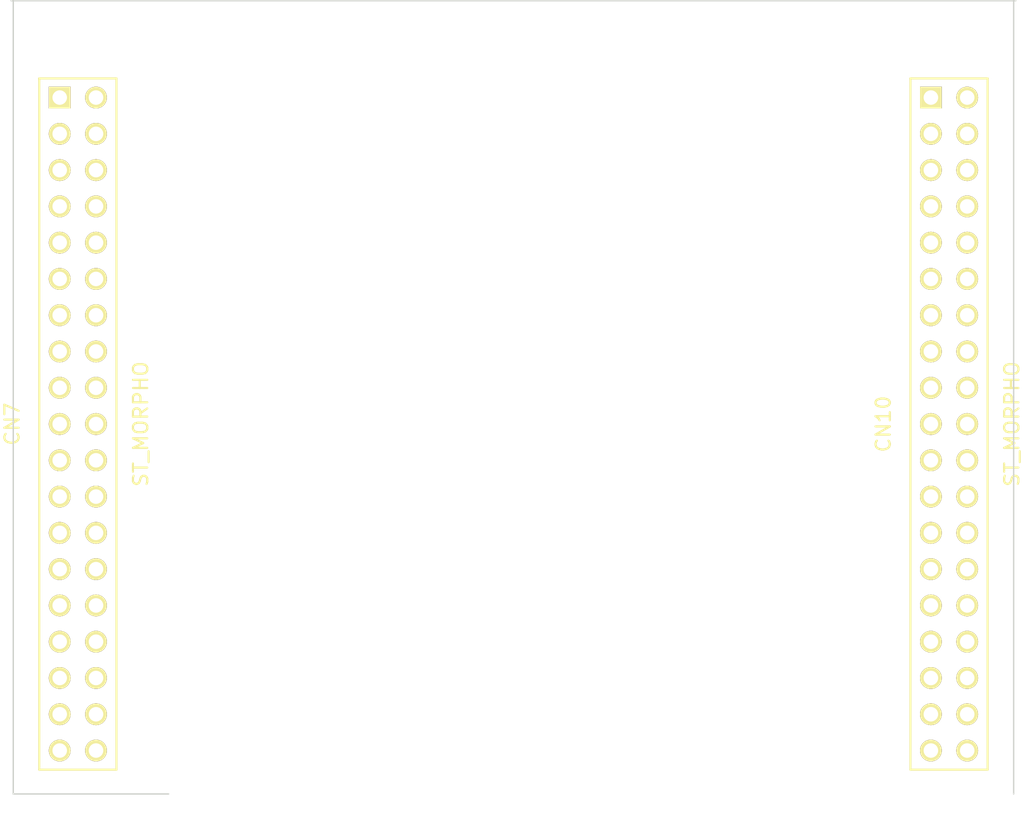
<source format=kicad_pcb>
(kicad_pcb (version 3) (host pcbnew "(2013-june-11)-stable")

  (general
    (links 5)
    (no_connects 5)
    (area 95.841 160.309999 167.459 217.950001)
    (thickness 1.6)
    (drawings 8)
    (tracks 0)
    (zones 0)
    (modules 2)
    (nets 5)
  )

  (page A3)
  (layers
    (15 F.Cu signal)
    (0 B.Cu signal)
    (16 B.Adhes user)
    (17 F.Adhes user)
    (18 B.Paste user)
    (19 F.Paste user)
    (20 B.SilkS user)
    (21 F.SilkS user)
    (22 B.Mask user)
    (23 F.Mask user)
    (24 Dwgs.User user)
    (25 Cmts.User user)
    (26 Eco1.User user)
    (27 Eco2.User user)
    (28 Edge.Cuts user)
  )

  (setup
    (last_trace_width 0.254)
    (trace_clearance 0.254)
    (zone_clearance 0.508)
    (zone_45_only no)
    (trace_min 0.254)
    (segment_width 0.1)
    (edge_width 0.1)
    (via_size 0.889)
    (via_drill 0.635)
    (via_min_size 0.889)
    (via_min_drill 0.508)
    (uvia_size 0.508)
    (uvia_drill 0.127)
    (uvias_allowed no)
    (uvia_min_size 0.508)
    (uvia_min_drill 0.127)
    (pcb_text_width 0.3)
    (pcb_text_size 1.5 1.5)
    (mod_edge_width 0.15)
    (mod_text_size 1 1)
    (mod_text_width 0.15)
    (pad_size 1.524 1.524)
    (pad_drill 1.016)
    (pad_to_mask_clearance 0)
    (aux_axis_origin 0 0)
    (visible_elements FFFFFFBF)
    (pcbplotparams
      (layerselection 3178497)
      (usegerberextensions true)
      (excludeedgelayer true)
      (linewidth 0.150000)
      (plotframeref false)
      (viasonmask false)
      (mode 1)
      (useauxorigin false)
      (hpglpennumber 1)
      (hpglpenspeed 20)
      (hpglpendiameter 15)
      (hpglpenoverlay 2)
      (psnegative false)
      (psa4output false)
      (plotreference true)
      (plotvalue true)
      (plotothertext true)
      (plotinvisibletext false)
      (padsonsilk false)
      (subtractmaskfromsilk false)
      (outputformat 1)
      (mirror false)
      (drillshape 1)
      (scaleselection 1)
      (outputdirectory ""))
  )

  (net 0 "")
  (net 1 +3.3V)
  (net 2 +5V)
  (net 3 GND)
  (net 4 VDD)

  (net_class Default "This is the default net class."
    (clearance 0.254)
    (trace_width 0.254)
    (via_dia 0.889)
    (via_drill 0.635)
    (uvia_dia 0.508)
    (uvia_drill 0.127)
    (add_net "")
    (add_net +3.3V)
    (add_net +5V)
    (add_net GND)
    (add_net VDD)
  )

  (module ST_Morpho (layer F.Cu) (tedit 5B1F13A4) (tstamp 5B1F3895)
    (at 101.27 190)
    (path /5B1F09B5)
    (fp_text reference CN7 (at -4.6 0 90) (layer F.SilkS)
      (effects (font (size 1 1) (thickness 0.15)))
    )
    (fp_text value ST_MORPHO (at 4.4 0 90) (layer F.SilkS)
      (effects (font (size 1 1) (thickness 0.15)))
    )
    (fp_line (start -2.7 -24.2) (end 2.7 -24.2) (layer F.SilkS) (width 0.15))
    (fp_line (start 2.7 -24.2) (end 2.7 24.2) (layer F.SilkS) (width 0.15))
    (fp_line (start 2.7 24.2) (end -2.7 24.2) (layer F.SilkS) (width 0.15))
    (fp_line (start -2.7 24.2) (end -2.7 -24.2) (layer F.SilkS) (width 0.15))
    (fp_line (start -2.7 -24.1) (end -2.7 -24.2) (layer F.SilkS) (width 0.15))
    (pad 19 thru_hole circle (at -1.27 0) (size 1.524 1.524) (drill 1.016)
      (layers *.Cu *.Mask F.SilkS)
      (net 3 GND)
    )
    (pad 20 thru_hole circle (at 1.27 0) (size 1.524 1.524) (drill 1.016)
      (layers *.Cu *.Mask F.SilkS)
      (net 3 GND)
    )
    (pad 17 thru_hole circle (at -1.27 -2.54) (size 1.524 1.524) (drill 1.016)
      (layers *.Cu *.Mask F.SilkS)
    )
    (pad 15 thru_hole circle (at -1.27 -5.08) (size 1.524 1.524) (drill 1.016)
      (layers *.Cu *.Mask F.SilkS)
    )
    (pad 13 thru_hole circle (at -1.27 -7.62) (size 1.524 1.524) (drill 1.016)
      (layers *.Cu *.Mask F.SilkS)
    )
    (pad 11 thru_hole circle (at -1.27 -10.16) (size 1.524 1.524) (drill 1.016)
      (layers *.Cu *.Mask F.SilkS)
    )
    (pad 9 thru_hole circle (at -1.27 -12.7) (size 1.524 1.524) (drill 1.016)
      (layers *.Cu *.Mask F.SilkS)
    )
    (pad 7 thru_hole circle (at -1.27 -15.24) (size 1.524 1.524) (drill 1.016)
      (layers *.Cu *.Mask F.SilkS)
    )
    (pad 5 thru_hole circle (at -1.27 -17.78) (size 1.524 1.524) (drill 1.016)
      (layers *.Cu *.Mask F.SilkS)
      (net 4 VDD)
    )
    (pad 3 thru_hole circle (at -1.27 -20.32) (size 1.524 1.524) (drill 1.016)
      (layers *.Cu *.Mask F.SilkS)
    )
    (pad 1 thru_hole rect (at -1.27 -22.86) (size 1.524 1.524) (drill 1.016)
      (layers *.Cu *.Mask F.SilkS)
    )
    (pad 18 thru_hole circle (at 1.27 -2.54) (size 1.524 1.524) (drill 1.016)
      (layers *.Cu *.Mask F.SilkS)
      (net 2 +5V)
    )
    (pad 16 thru_hole circle (at 1.27 -5.08) (size 1.524 1.524) (drill 1.016)
      (layers *.Cu *.Mask F.SilkS)
      (net 1 +3.3V)
    )
    (pad 14 thru_hole circle (at 1.27 -7.62) (size 1.524 1.524) (drill 1.016)
      (layers *.Cu *.Mask F.SilkS)
    )
    (pad 12 thru_hole circle (at 1.27 -10.16) (size 1.524 1.524) (drill 1.016)
      (layers *.Cu *.Mask F.SilkS)
    )
    (pad 10 thru_hole circle (at 1.27 -12.7) (size 1.524 1.524) (drill 1.016)
      (layers *.Cu *.Mask F.SilkS)
    )
    (pad 8 thru_hole circle (at 1.27 -15.24) (size 1.524 1.524) (drill 1.016)
      (layers *.Cu *.Mask F.SilkS)
      (net 3 GND)
    )
    (pad 6 thru_hole circle (at 1.27 -17.78) (size 1.524 1.524) (drill 1.016)
      (layers *.Cu *.Mask F.SilkS)
    )
    (pad 4 thru_hole circle (at 1.27 -20.32) (size 1.524 1.524) (drill 1.016)
      (layers *.Cu *.Mask F.SilkS)
    )
    (pad 2 thru_hole circle (at 1.27 -22.86) (size 1.524 1.524) (drill 1.016)
      (layers *.Cu *.Mask F.SilkS)
    )
    (pad 21 thru_hole circle (at -1.27 2.54) (size 1.524 1.524) (drill 1.016)
      (layers *.Cu *.Mask F.SilkS)
    )
    (pad 22 thru_hole circle (at 1.27 2.54) (size 1.524 1.524) (drill 1.016)
      (layers *.Cu *.Mask F.SilkS)
      (net 3 GND)
    )
    (pad 23 thru_hole circle (at -1.27 5.08) (size 1.524 1.524) (drill 1.016)
      (layers *.Cu *.Mask F.SilkS)
    )
    (pad 24 thru_hole circle (at 1.27 5.08) (size 1.524 1.524) (drill 1.016)
      (layers *.Cu *.Mask F.SilkS)
    )
    (pad 25 thru_hole circle (at -1.27 7.62) (size 1.524 1.524) (drill 1.016)
      (layers *.Cu *.Mask F.SilkS)
    )
    (pad 26 thru_hole circle (at 1.27 7.62) (size 1.524 1.524) (drill 1.016)
      (layers *.Cu *.Mask F.SilkS)
    )
    (pad 27 thru_hole circle (at -1.27 10.16) (size 1.524 1.524) (drill 1.016)
      (layers *.Cu *.Mask F.SilkS)
    )
    (pad 28 thru_hole circle (at 1.27 10.16) (size 1.524 1.524) (drill 1.016)
      (layers *.Cu *.Mask F.SilkS)
    )
    (pad 29 thru_hole circle (at -1.27 12.7) (size 1.524 1.524) (drill 1.016)
      (layers *.Cu *.Mask F.SilkS)
    )
    (pad 30 thru_hole circle (at 1.27 12.7) (size 1.524 1.524) (drill 1.016)
      (layers *.Cu *.Mask F.SilkS)
    )
    (pad 31 thru_hole circle (at -1.27 15.24) (size 1.524 1.524) (drill 1.016)
      (layers *.Cu *.Mask F.SilkS)
    )
    (pad 32 thru_hole circle (at 1.27 15.24) (size 1.524 1.524) (drill 1.016)
      (layers *.Cu *.Mask F.SilkS)
    )
    (pad 33 thru_hole circle (at -1.27 17.78) (size 1.524 1.524) (drill 1.016)
      (layers *.Cu *.Mask F.SilkS)
    )
    (pad 34 thru_hole circle (at 1.27 17.78) (size 1.524 1.524) (drill 1.016)
      (layers *.Cu *.Mask F.SilkS)
    )
    (pad 35 thru_hole circle (at -1.27 20.32) (size 1.524 1.524) (drill 1.016)
      (layers *.Cu *.Mask F.SilkS)
    )
    (pad 36 thru_hole circle (at 1.27 20.32) (size 1.524 1.524) (drill 1.016)
      (layers *.Cu *.Mask F.SilkS)
    )
    (pad 37 thru_hole circle (at -1.27 22.86) (size 1.524 1.524) (drill 1.016)
      (layers *.Cu *.Mask F.SilkS)
    )
    (pad 38 thru_hole circle (at 1.27 22.86) (size 1.524 1.524) (drill 1.016)
      (layers *.Cu *.Mask F.SilkS)
    )
  )

  (module ST_Morpho (layer F.Cu) (tedit 5B1F13A4) (tstamp 5B1F38C4)
    (at 162.23 190)
    (path /5B1F09C4)
    (fp_text reference CN10 (at -4.6 0 90) (layer F.SilkS)
      (effects (font (size 1 1) (thickness 0.15)))
    )
    (fp_text value ST_MORPHO (at 4.4 0 90) (layer F.SilkS)
      (effects (font (size 1 1) (thickness 0.15)))
    )
    (fp_line (start -2.7 -24.2) (end 2.7 -24.2) (layer F.SilkS) (width 0.15))
    (fp_line (start 2.7 -24.2) (end 2.7 24.2) (layer F.SilkS) (width 0.15))
    (fp_line (start 2.7 24.2) (end -2.7 24.2) (layer F.SilkS) (width 0.15))
    (fp_line (start -2.7 24.2) (end -2.7 -24.2) (layer F.SilkS) (width 0.15))
    (fp_line (start -2.7 -24.1) (end -2.7 -24.2) (layer F.SilkS) (width 0.15))
    (pad 19 thru_hole circle (at -1.27 0) (size 1.524 1.524) (drill 1.016)
      (layers *.Cu *.Mask F.SilkS)
    )
    (pad 20 thru_hole circle (at 1.27 0) (size 1.524 1.524) (drill 1.016)
      (layers *.Cu *.Mask F.SilkS)
      (net 3 GND)
    )
    (pad 17 thru_hole circle (at -1.27 -2.54) (size 1.524 1.524) (drill 1.016)
      (layers *.Cu *.Mask F.SilkS)
    )
    (pad 15 thru_hole circle (at -1.27 -5.08) (size 1.524 1.524) (drill 1.016)
      (layers *.Cu *.Mask F.SilkS)
    )
    (pad 13 thru_hole circle (at -1.27 -7.62) (size 1.524 1.524) (drill 1.016)
      (layers *.Cu *.Mask F.SilkS)
    )
    (pad 11 thru_hole circle (at -1.27 -10.16) (size 1.524 1.524) (drill 1.016)
      (layers *.Cu *.Mask F.SilkS)
    )
    (pad 9 thru_hole circle (at -1.27 -12.7) (size 1.524 1.524) (drill 1.016)
      (layers *.Cu *.Mask F.SilkS)
      (net 3 GND)
    )
    (pad 7 thru_hole circle (at -1.27 -15.24) (size 1.524 1.524) (drill 1.016)
      (layers *.Cu *.Mask F.SilkS)
    )
    (pad 5 thru_hole circle (at -1.27 -17.78) (size 1.524 1.524) (drill 1.016)
      (layers *.Cu *.Mask F.SilkS)
    )
    (pad 3 thru_hole circle (at -1.27 -20.32) (size 1.524 1.524) (drill 1.016)
      (layers *.Cu *.Mask F.SilkS)
    )
    (pad 1 thru_hole rect (at -1.27 -22.86) (size 1.524 1.524) (drill 1.016)
      (layers *.Cu *.Mask F.SilkS)
    )
    (pad 18 thru_hole circle (at 1.27 -2.54) (size 1.524 1.524) (drill 1.016)
      (layers *.Cu *.Mask F.SilkS)
    )
    (pad 16 thru_hole circle (at 1.27 -5.08) (size 1.524 1.524) (drill 1.016)
      (layers *.Cu *.Mask F.SilkS)
    )
    (pad 14 thru_hole circle (at 1.27 -7.62) (size 1.524 1.524) (drill 1.016)
      (layers *.Cu *.Mask F.SilkS)
    )
    (pad 12 thru_hole circle (at 1.27 -10.16) (size 1.524 1.524) (drill 1.016)
      (layers *.Cu *.Mask F.SilkS)
    )
    (pad 10 thru_hole circle (at 1.27 -12.7) (size 1.524 1.524) (drill 1.016)
      (layers *.Cu *.Mask F.SilkS)
    )
    (pad 8 thru_hole circle (at 1.27 -15.24) (size 1.524 1.524) (drill 1.016)
      (layers *.Cu *.Mask F.SilkS)
    )
    (pad 6 thru_hole circle (at 1.27 -17.78) (size 1.524 1.524) (drill 1.016)
      (layers *.Cu *.Mask F.SilkS)
    )
    (pad 4 thru_hole circle (at 1.27 -20.32) (size 1.524 1.524) (drill 1.016)
      (layers *.Cu *.Mask F.SilkS)
    )
    (pad 2 thru_hole circle (at 1.27 -22.86) (size 1.524 1.524) (drill 1.016)
      (layers *.Cu *.Mask F.SilkS)
    )
    (pad 21 thru_hole circle (at -1.27 2.54) (size 1.524 1.524) (drill 1.016)
      (layers *.Cu *.Mask F.SilkS)
    )
    (pad 22 thru_hole circle (at 1.27 2.54) (size 1.524 1.524) (drill 1.016)
      (layers *.Cu *.Mask F.SilkS)
    )
    (pad 23 thru_hole circle (at -1.27 5.08) (size 1.524 1.524) (drill 1.016)
      (layers *.Cu *.Mask F.SilkS)
    )
    (pad 24 thru_hole circle (at 1.27 5.08) (size 1.524 1.524) (drill 1.016)
      (layers *.Cu *.Mask F.SilkS)
    )
    (pad 25 thru_hole circle (at -1.27 7.62) (size 1.524 1.524) (drill 1.016)
      (layers *.Cu *.Mask F.SilkS)
    )
    (pad 26 thru_hole circle (at 1.27 7.62) (size 1.524 1.524) (drill 1.016)
      (layers *.Cu *.Mask F.SilkS)
    )
    (pad 27 thru_hole circle (at -1.27 10.16) (size 1.524 1.524) (drill 1.016)
      (layers *.Cu *.Mask F.SilkS)
    )
    (pad 28 thru_hole circle (at 1.27 10.16) (size 1.524 1.524) (drill 1.016)
      (layers *.Cu *.Mask F.SilkS)
    )
    (pad 29 thru_hole circle (at -1.27 12.7) (size 1.524 1.524) (drill 1.016)
      (layers *.Cu *.Mask F.SilkS)
    )
    (pad 30 thru_hole circle (at 1.27 12.7) (size 1.524 1.524) (drill 1.016)
      (layers *.Cu *.Mask F.SilkS)
    )
    (pad 31 thru_hole circle (at -1.27 15.24) (size 1.524 1.524) (drill 1.016)
      (layers *.Cu *.Mask F.SilkS)
    )
    (pad 32 thru_hole circle (at 1.27 15.24) (size 1.524 1.524) (drill 1.016)
      (layers *.Cu *.Mask F.SilkS)
    )
    (pad 33 thru_hole circle (at -1.27 17.78) (size 1.524 1.524) (drill 1.016)
      (layers *.Cu *.Mask F.SilkS)
    )
    (pad 34 thru_hole circle (at 1.27 17.78) (size 1.524 1.524) (drill 1.016)
      (layers *.Cu *.Mask F.SilkS)
    )
    (pad 35 thru_hole circle (at -1.27 20.32) (size 1.524 1.524) (drill 1.016)
      (layers *.Cu *.Mask F.SilkS)
    )
    (pad 36 thru_hole circle (at 1.27 20.32) (size 1.524 1.524) (drill 1.016)
      (layers *.Cu *.Mask F.SilkS)
    )
    (pad 37 thru_hole circle (at -1.27 22.86) (size 1.524 1.524) (drill 1.016)
      (layers *.Cu *.Mask F.SilkS)
    )
    (pad 38 thru_hole circle (at 1.27 22.86) (size 1.524 1.524) (drill 1.016)
      (layers *.Cu *.Mask F.SilkS)
    )
  )

  (gr_line (start 166.75 215.9) (end 144.62 215.9) (angle 90) (layer Eco2.User) (width 0.1))
  (gr_line (start 142.65 217.9) (end 144.62 215.9) (angle 90) (layer Eco2.User) (width 0.1))
  (gr_line (start 109.62 217.9) (end 142.62 217.9) (angle 90) (layer Eco2.User) (width 0.1))
  (gr_line (start 107.62 215.9) (end 109.62 217.9) (angle 90) (layer Eco2.User) (width 0.1))
  (gr_line (start 107.62 215.9) (end 96.75 215.9) (angle 90) (layer Edge.Cuts) (width 0.1))
  (gr_line (start 166.75 160.36) (end 166.75 215.9) (angle 90) (layer Edge.Cuts) (width 0.1))
  (gr_line (start 96.6 160.36) (end 166.9 160.36) (angle 90) (layer Edge.Cuts) (width 0.1))
  (gr_line (start 96.75 215.9) (end 96.75 160.36) (angle 90) (layer Edge.Cuts) (width 0.1))

)

</source>
